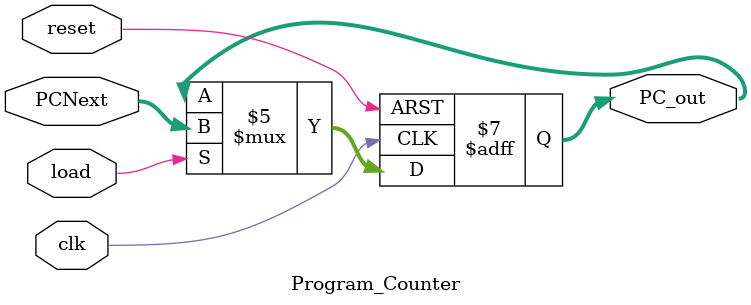
<source format=v>
module Program_Counter
(
    input clk,
    input reset,
    input load,
    input [31:0] PCNext,
    output reg [31:0] PC_out
);
    always @(posedge clk or negedge reset) 
    begin
        if (reset == 0) 
            PC_out <= 32'h00000000; 
        else if(load == 1)
            PC_out <= PCNext;
        else
            PC_out <= PC_out;
    end
 endmodule   
</source>
